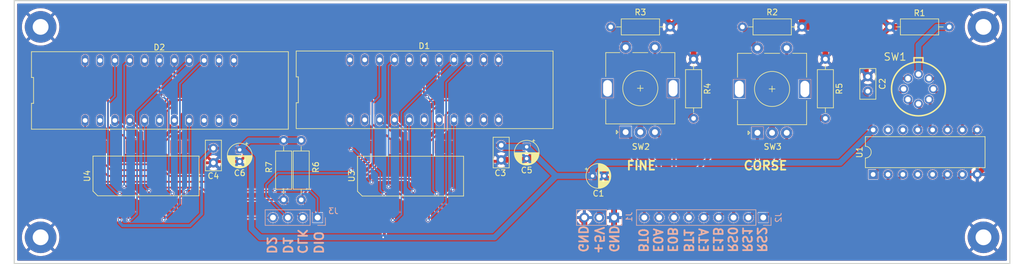
<source format=kicad_pcb>
(kicad_pcb (version 20240108) (generator "pcbnew") (generator_version "8.0")
  (layers (0 "F.Cu" signal) (31 "B.Cu" signal) (34 "B.Paste" user) (35 "F.Paste" user) (36 "B.SilkS" user "B.Silkscreen") (37 "F.SilkS" user "F.Silkscreen") (38 "B.Mask" user) (39 "F.Mask" user) (44 "Edge.Cuts" user))
  (net 0 "")
  (net 1 "VDD")
  (net 2 "GND")
  (net 3 "/D1_SEG1")
  (net 4 "/D1_SEG5")
  (net 5 "/D1_GRID6")
  (net 6 "/D1_GRID5")
  (net 7 "/D1_GRID1")
  (net 8 "/D1_GRID3")
  (net 9 "/D1_GRID2")
  (net 10 "/D1_SEG4")
  (net 11 "/D1_SEG3")
  (net 12 "/D1_SEG6")
  (net 13 "/D1_GRID4")
  (net 14 "/D1_SEG7")
  (net 15 "/D1_SEG8")
  (net 16 "/D1_SEG2")
  (net 17 "/D2_GRID4")
  (net 18 "/D2_SEG3")
  (net 19 "/D2_SEG6")
  (net 20 "/D2_GRID6")
  (net 21 "/D2_GRID3")
  (net 22 "/D2_SEG7")
  (net 23 "/D2_GRID1")
  (net 24 "/D2_SEG8")
  (net 25 "/D2_GRID2")
  (net 26 "/D2_SEG1")
  (net 27 "/D2_SEG2")
  (net 28 "/D2_GRID5")
  (net 29 "/D2_SEG5")
  (net 30 "/D2_SEG4")
  (net 31 "/rotaryEI_B")
  (net 32 "/rotaryEO_B")
  (net 33 "/RSWO_2")
  (net 34 "/rotaryEO_A")
  (net 35 "/rotaryEI_A")
  (net 36 "/RSWO_1")
  (net 37 "/RSWO_3")
  (net 38 "Net-(R2-Pad2)")
  (net 39 "Net-(R3-Pad2)")
  (net 40 "Net-(R4-Pad2)")
  (net 41 "/RSW_5")
  (net 42 "/RSW_4")
  (net 43 "/RSW_2")
  (net 44 "/RSW_3")
  (net 45 "/RSW_1")
  (net 46 "/RSW_7")
  (net 47 "/RSW_6")
  (net 52 "/BUTTON_1")
  (net 53 "Net-(R1-Pad2)")
  (net 54 "Net-(R5-Pad2)")
  (net 55 "/BUTTON_0")
  (net 57 "/D_CLK")
  (net 68 "/D1_STB")
  (net 72 "/D2_STB")
  (net 73 "/D_DIO")
  (footprint "Capacitor_THT:C_Disc_D5.0mm_W2.5mm_P2.50mm" (layer "F.Cu") (at 118.5 115.25 -90)
    (property "Reference" "C4")
    (property "Value" "100nF")
  )
  (footprint "Package_DIP:DIP-16_W7.62mm" (layer "F.Cu") (at 231.16 119.74 90)
    (property "Reference" "U1")
    (property "Value" "74LS148")
  )
  (footprint "MountingHole:MountingHole_2.7mm_M2.5_Pad" (layer "F.Cu") (at 250 130.5)
    (property "Reference" "H4" (hide yes))
    (property "Value" "MountingHole_Pad")
  )
  (footprint "Capacitor_THT:C_Disc_D5.0mm_W2.5mm_P2.50mm" (layer "F.Cu") (at 167.65 114.75 -90)
    (property "Reference" "C3")
    (property "Value" "100nF")
  )
  (footprint "Resistor_THT:R_Axial_DIN0207_L6.3mm_D2.5mm_P10.16mm_Horizontal" (layer "F.Cu") (at 133.5 124.08 90)
    (property "Reference" "R6")
    (property "Value" "10k")
  )
  (footprint "Capacitor_THT:CP_Radial_D4.0mm_P2.00mm" (layer "F.Cu") (at 123 115.527401 -90)
    (property "Reference" "C6")
    (property "Value" "100uF")
  )
  (footprint "Resistor_THT:R_Axial_DIN0207_L6.3mm_D2.5mm_P10.16mm_Horizontal" (layer "F.Cu") (at 200.5 100 -90)
    (property "Reference" "R4")
    (property "Value" "1k")
  )
  (footprint "Capacitor_THT:CP_Radial_D4.0mm_P2.00mm" (layer "F.Cu") (at 183.25 120)
    (property "Reference" "C1")
    (property "Value" "100uF")
  )
  (footprint "radio_footprints:ALPSALPINE EC11E09444A8" (layer "F.Cu") (at 188.9 112.5 90)
    (property "Reference" "SW2")
    (property "Value" "RotaryEncoder_Switch")
  )
  (footprint "Capacitor_THT:C_Disc_D5.0mm_W2.5mm_P2.50mm" (layer "F.Cu") (at 230.25 103 -90)
    (property "Reference" "C2")
    (property "Value" "100nF")
  )
  (footprint "MountingHole:MountingHole_2.7mm_M2.5_Pad" (layer "F.Cu") (at 250 94.5)
    (property "Reference" "H3" (hide yes))
    (property "Value" "MountingHole_Pad")
  )
  (footprint "Resistor_THT:R_Axial_DIN0207_L6.3mm_D2.5mm_P10.16mm_Horizontal" (layer "F.Cu") (at 196.5 94.5 180)
    (property "Reference" "R3")
    (property "Value" "1k")
  )
  (footprint "radio_footprints:FJ3661AH-DIP22" (layer "F.Cu") (at 109.3 105.37)
    (property "Reference" "D2")
    (property "Value" "FJ3661AH")
  )
  (footprint "radio_footprints:ALPSALPINE EC11E09444A8" (layer "F.Cu") (at 211.4 112.62 90)
    (property "Reference" "SW3")
    (property "Value" "RotaryEncoder_Switch")
  )
  (footprint "radio_footprints:SW-TH_RS-08-300-150GF" (layer "F.Cu") (at 238.9 105.12)
    (property "Reference" "SW1")
    (property "Value" "RS-08 300±150GF")
  )
  (footprint "Resistor_THT:R_Axial_DIN0207_L6.3mm_D2.5mm_P10.16mm_Horizontal" (layer "F.Cu") (at 234 94.5)
    (property "Reference" "R1")
    (property "Value" "1k")
  )
  (footprint "radio_footprints:TM1638" (layer "F.Cu") (at 107 120)
    (property "Reference" "U4")
    (property "Value" "TM1638")
  )
  (footprint "radio_footprints:TM1638" (layer "F.Cu") (at 152.169014 120.035117)
    (property "Reference" "U3")
    (property "Value" "TM1638")
  )
  (footprint "Capacitor_THT:CP_Radial_D4.0mm_P2.00mm" (layer "F.Cu") (at 172 115.027401 -90)
    (property "Reference" "C5")
    (property "Value" "100uF")
  )
  (footprint "Resistor_THT:R_Axial_DIN0207_L6.3mm_D2.5mm_P10.16mm_Horizontal" (layer "F.Cu") (at 130.5 124.08 90)
    (property "Reference" "R7")
    (property "Value" "10k")
  )
  (footprint "MountingHole:MountingHole_2.7mm_M2.5_Pad" (layer "F.Cu") (at 89 94.5)
    (property "Reference" "H2" (hide yes))
    (property "Value" "MountingHole_Pad")
  )
  (footprint "Resistor_THT:R_Axial_DIN0207_L6.3mm_D2.5mm_P10.16mm_Horizontal" (layer "F.Cu") (at 219 94.5 180)
    (property "Reference" "R2")
    (property "Value" "1k")
  )
  (footprint "Resistor_THT:R_Axial_DIN0207_L6.3mm_D2.5mm_P10.16mm_Horizontal" (layer "F.Cu") (at 223 100 -90)
    (property "Reference" "R5")
    (property "Value" "1k")
  )
  (footprint "radio_footprints:FJ3661AH-DIP22" (layer "F.Cu") (at 154.505688 105.26435)
    (property "Reference" "D1")
    (property "Value" "FJ3661AH")
  )
  (footprint "MountingHole:MountingHole_2.7mm_M2.5_Pad" (layer "F.Cu") (at 89 130.5)
    (property "Reference" "H1" (hide yes))
    (property "Value" "MountingHole_Pad")
  )
  (footprint "Connector_PinHeader_2.54mm:PinHeader_1x03_P2.54mm_Vertical" (layer "B.Cu") (at 186.925 127.12 90)
    (property "Reference" "J1")
    (property "Value" "Conn_01x03")
  )
  (footprint "Connector_PinHeader_2.54mm:PinHeader_1x09_P2.54mm_Vertical" (layer "B.Cu") (at 212.4 127.12 90)
    (property "Reference" "J2")
    (property "Value" "Conn_01x09")
  )
  (footprint "Connector_PinHeader_2.54mm:PinHeader_1x04_P2.54mm_Vertical" (layer "B.Cu") (at 136.3 127.125 90)
    (property "Reference" "J3")
    (property "Value" "Conn_01x04")
  )
  (gr_rect (start 84.5 90) (end 254.5 135) (stroke (width 0.2)) (fill none) (layer "Edge.Cuts"))
  (gr_text "BT0" (at 191 133.25 270) (layer "B.SilkS") (effects (font (size 1.5 1.5) (thickness 0.3) (bold yes)) (justify left bottom mirror)))
  (gr_text "GND" (at 180.75 133.25 -90) (layer "B.SilkS") (effects (font (size 1.5 1.5) (thickness 0.3) (bold yes)) (justify left bottom mirror)))
  (gr_text "DIO" (at 135.55 133.5 270) (layer "B.SilkS") (effects (font (size 1.5 1.5) (thickness 0.3) (bold yes)) (justify left bottom mirror)))
  (gr_text "RS0" (at 206.25 133.25 270) (layer "B.SilkS") (effects (font (size 1.5 1.5) (thickness 0.3) (bold yes)) (justify left bottom mirror)))
  (gr_text "+5V" (at 183.5 133.5 270) (layer "B.SilkS") (effects (font (size 1.5 1.5) (thickness 0.3) (bold yes)) (justify left bottom mirror)))
  (gr_text "RS1\n" (at 208.75 133.25 270) (layer "B.SilkS") (effects (font (size 1.5 1.5) (thickness 0.3) (bold yes)) (justify left bottom mirror)))
  (gr_text "GND" (at 186 133.25 -90) (layer "B.SilkS") (effects (font (size 1.5 1.5) (thickness 0.3) (bold yes)) (justify left bottom mirror)))
  (gr_text "CLK" (at 132.8 133.5 270) (layer "B.SilkS") (effects (font (size 1.5 1.5) (thickness 0.3) (bold yes)) (justify left bottom mirror)))
  (gr_text "E0A" (at 193.5 133.25 270) (layer "B.SilkS") (effects (font (size 1.5 1.5) (thickness 0.3) (bold yes)) (justify left bottom mirror)))
  (gr_text "BT1\n" (at 198.75 133.25 270) (layer "B.SilkS") (effects (font (size 1.5 1.5) (thickness 0.3) (bold yes)) (justify left bottom mirror)))
  (gr_text "RS2" (at 211.25 133.25 270) (layer "B.SilkS") (effects (font (size 1.5 1.5) (thickness 0.3) (bold yes)) (justify left bottom mirror)))
  (gr_text "E0B\n" (at 196 133.25 270) (layer "B.SilkS") (effects (font (size 1.5 1.5) (thickness 0.3) (bold yes)) (justify left bottom mirror)))
  (gr_text "E1A" (at 201.25 133.25 270) (layer "B.SilkS") (effects (font (size 1.5 1.5) (thickness 0.3) (bold yes)) (justify left bottom mirror)))
  (gr_text "D1" (at 130.3 133.5 270) (layer "B.SilkS") (effects (font (size 1.5 1.5) (thickness 0.3) (bold yes)) (justify left bottom mirror)))
  (gr_text "E1B" (at 203.75 133.25 270) (layer "B.SilkS") (effects (font (size 1.5 1.5) (thickness 0.3) (bold yes)) (justify left bottom mirror)))
  (gr_text "D2" (at 127.55 133.5 270) (layer "B.SilkS") (effects (font (size 1.5 1.5) (thickness 0.3) (bold yes)) (justify left bottom mirror)))
  (gr_text "CORSE" (at 208.9 119.12 0) (layer "F.SilkS") (effects (font (size 1.5 1.5) (thickness 0.3) (bold yes)) (justify left bottom)))
  (gr_text "FINE" (at 188.9 119.12 0) (layer "F.SilkS") (effects (font (size 1.5 1.5) (thickness 0.3) (bold yes)) (justify left bottom)))
  (segment (start 118.5 115.25) (end 122.722599 115.25) (width 0.5) (layer "F.Cu") (net 1))
  (segment (start 167.65 114.75) (end 160.709131 114.75) (width 0.5) (layer "F.Cu") (net 1))
  (segment (start 147.695908 130.304092) (end 147.695908 125.067724) (width 0.5) (layer "F.Cu") (net 1))
  (segment (start 122.722599 115.25) (end 123 115.527401) (width 0.5) (layer "F.Cu") (net 1))
  (segment (start 118.25 115) (end 118.5 115.25) (width 0.5) (layer "F.Cu") (net 1))
  (segment (start 229.9 110.86) (end 231.16 112.12) (width 1) (layer "F.Cu") (net 1))
  (segment (start 184.5 121.25) (end 183.25 120) (width 1) (layer "F.Cu") (net 1))
  (segment (start 230.25 105.5) (end 229.9 105.85) (width 1) (layer "F.Cu") (net 1))
  (segment (start 102.555 127.445) (end 102.5 127.5) (width 0.5) (layer "F.Cu") (net 1))
  (segment (start 115.255 115) (end 118.25 115) (width 0.5) (layer "F.Cu") (net 1))
  (segment (start 102.555 125) (end 102.555 127.445) (width 0.5) (layer "F.Cu") (net 1))
  (segment (start 160.709131 114.75) (end 160.424014 115.035117) (width 0.5) (layer "F.Cu") (net 1))
  (segment (start 147.5 130.5) (end 147.695908 130.304092) (width 0.5) (layer "F.Cu") (net 1))
  (segment (start 184.5 127.005) (end 184.5 121.25) (width 1) (layer "F.Cu") (net 1))
  (segment (start 184.385 127.12) (end 184.5 127.005) (width 1) (layer "F.Cu") (net 1))
  (segment (start 229.9 105.85) (end 229.9 110.86) (width 1) (layer "F.Cu") (net 1))
  (via (at 102.5 127.5) (size 0.6) (drill 0.3) (layers "F.Cu" "B.Cu") (net 1))
  (via (at 147.5 130.5) (size 0.6) (drill 0.3) (layers "F.Cu" "B.Cu") (net 1))
  (segment (start 125 117) (end 123.527401 115.527401) (width 1) (layer "B.Cu") (net 1))
  (segment (start 225.53 117.75) (end 184.25 117.75) (width 1) (layer "B.Cu") (net 1))
  (segment (start 147.5 130.5) (end 166.5 130.5) (width 1) (layer "B.Cu") (net 1))
  (segment (start 116.5 126.5) (end 116.5 117.25) (width 0.5) (layer "B.Cu") (net 1))
  (segment (start 172.027401 115.027401) (end 177 120) (width 1) (layer "B.Cu") (net 1))
  (segment (start 172 115.027401) (end 167.927401 115.027401) (width 1) (layer "B.Cu") (net 1))
  (segment (start 147.5 130.5) (end 126.5 130.5) (width 1) (layer "B.Cu") (net 1))
  (segment (start 124.607401 113.92) (end 123 115.527401) (width 1) (layer "B.Cu") (net 1))
  (segment (start 184.25 117.75) (end 183.25 118.75) (width 1) (layer "B.Cu") (net 1))
  (segment (start 123.527401 115.527401) (end 123 115.527401) (width 1) (layer "B.Cu") (net 1))
  (segment (start 225.53 117.75) (end 231.16 112.12) (width 1) (layer "B.Cu") (net 1))
  (segment (start 167.927401 115.027401) (end 167.65 114.75) (width 1) (layer "B.Cu") (net 1))
  (segment (start 183.25 120) (end 177 120) (width 1) (layer "B.Cu") (net 1))
  (segment (start 102.5 127.5) (end 102.5 128) (width 0.5) (layer "B.Cu") (net 1))
  (segment (start 125 129) (end 125 117) (width 1) (layer "B.Cu") (net 1))
  (segment (start 116.5 117.25) (end 118.5 115.25) (width 0.5) (layer "B.Cu") (net 1))
  (segment (start 126.5 130.5) (end 125 129) (width 1) (layer "B.Cu") (net 1))
  (segment (start 166.5 130.5) (end 177 120) (width 1) (layer "B.Cu") (net 1))
  (segment (start 183.25 118.75) (end 183.25 120) (width 1) (layer "B.Cu") (net 1))
  (segment (start 114.5 128.5) (end 116.5 126.5) (width 0.5) (layer "B.Cu") (net 1))
  (segment (start 130.5 113.92) (end 124.607401 113.92) (width 1) (layer "B.Cu") (net 1))
  (segment (start 102.5 128) (end 103 128.5) (width 0.5) (layer "B.Cu") (net 1))
  (segment (start 172 115.027401) (end 172.027401 115.027401) (width 1) (layer "B.Cu") (net 1))
  (segment (start 133.5 113.92) (end 130.5 113.92) (width 1) (layer "B.Cu") (net 1))
  (segment (start 103 128.5) (end 114.5 128.5) (width 0.5) (layer "B.Cu") (net 1))
  (segment (start 219 94.5) (end 220.38 93.12) (width 1) (layer "F.Cu") (net 2))
  (segment (start 156.614014 116.893562) (end 156.614014 115.035117) (width 0.5) (layer "F.Cu") (net 2))
  (segment (start 251 117.68) (end 248.94 119.74) (width 1) (layer "F.Cu") (net 2))
  (segment (start 156.992424 117.5) (end 156.5 117.007576) (width 0.5) (layer "F.Cu") (net 2))
  (segment (start 229.9 98.6) (end 234 94.5) (width 1) (layer "F.Cu") (net 2))
  (segment (start 156.5 117.007576) (end 148.007576 117.007576) (width 0.5) (layer "F.Cu") (net 2))
  (segment (start 223 97.12) (end 223 100) (width 1) (layer "F.Cu") (net 2))
  (segment (start 181.465 127.5) (end 181.845 127.12) (width 1) (layer "F.Cu") (net 2))
  (segment (start 181.845 127.12) (end 181.845 128.565) (width 1) (layer "F.Cu") (net 2))
  (segment (start 112.25 117.75) (end 111.445 116.945) (width 0.5) (layer "F.Cu") (net 2))
  (segment (start 183.125929 117.027401) (end 185.25 119.151472) (width 1) (layer "F.Cu") (net 2))
  (segment (start 204.41 91.61) (end 217.49 91.61) (width 1) (layer "F.Cu") (net 2))
  (segment (start 156.5 117.007576) (end 156.614014 116.893562) (width 0.5) (layer "F.Cu") (net 2))
  (segment (start 111.39 117) (end 111.445 116.945) (width 0.5) (layer "F.Cu") (net 2))
  (segment (start 167.4 117.5) (end 156.992424 117.5) (width 0.5) (layer "F.Cu") (net 2))
  (segment (start 103 117) (end 111.39 117) (width 0.5) (layer "F.Cu") (net 2))
  (segment (start 186.925 129.095) (end 186.925 127.12) (width 1) (layer "F.Cu") (net 2))
  (segment (start 181.75 113) (end 181.75 93.75) (width 1) (layer "F.Cu") (net 2))
  (segment (start 185.25 116.5) (end 181.75 113) (width 1) (layer "F.Cu") (net 2))
  (segment (start 230.25 103) (end 229.9 102.65) (width 1) (layer "F.Cu") (net 2))
  (segment (start 200.5 95.52) (end 200.5 100) (width 1) (layer "F.Cu") (net 2))
  (segment (start 182.9 129.62) (end 186.4 129.62) (width 1) (layer "F.Cu") (net 2))
  (segment (start 185.25 119.151472) (end 185.25 120) (width 1) (layer "F.Cu") (net 2))
  (segment (start 185.25 120) (end 185.25 116.5) (width 1) (layer "F.Cu") (net 2))
  (segment (start 196.5 94) (end 196.5 94.5) (width 1) (layer "F.Cu") (net 2))
  (segment (start 147.724014 116.724014) (end 148.007576 117.007576) (width 0.5) (layer "F.Cu") (net 2))
  (segment (start 232.62 93.12) (end 234 94.5) (width 1) (layer "F.Cu") (net 2))
  (segment (start 147.724014 115.035117) (end 147.724014 116.724014) (width 0.5) (layer "F.Cu") (net 2))
  (segment (start 196.5 94.5) (end 197.88 93.12) (width 1) (layer "F.Cu") (net 2))
  (segment (start 102.555 115) (end 102.555 116.555) (width 0.5) (layer "F.Cu") (net 2))
  (segment (start 202.9 93.12) (end 200.5 95.52) (width 1) (layer "F.Cu") (net 2))
  (segment (start 251 106.75) (end 251 117.68) (width 1) (layer "F.Cu") (net 2))
  (segment (start 123 117.527401) (end 118.722599 117.527401) (width 0.5) (layer "F.Cu") (net 2))
  (segment (start 171.777401 117.25) (end 172 117.027401) (width 1) (layer "F.Cu") (net 2))
  (segment (start 167.65 117.25) (end 167.4 117.5) (width 0.5) (layer "F.Cu") (net 2))
  (segment (start 181.75 93.75) (end 183.5 92) (width 1) (layer "F.Cu") (net 2))
  (segment (start 197.88 93.12) (end 202.9 93.12) (width 1) (layer "F.Cu") (net 2))
  (segment (start 186.925 127.12) (end 186.925 121.675) (width 1) (layer "F.Cu") (net 2))
  (segment (start 186.4 129.62) (end 186.925 129.095) (width 1) (layer "F.Cu") (net 2))
  (segment (start 172 117.027401) (end 183.125929 117.027401) (width 1) (layer "F.Cu") (net 2))
  (segment (start 238.75 94.5) (end 251 106.75) (width 1) (layer "F.Cu") (net 2))
  (segment (start 217.49 91.61) (end 219 93.12) (width 1) (layer "F.Cu") (net 2))
  (segment (start 118.5 117.75) (end 112.25 117.75) (width 0.5) (layer "F.Cu") (net 2))
  (segment (start 219 93.12) (end 219 94.5) (width 1) (layer "F.Cu") (net 2))
  (segment (start 229.9 102.65) (end 229.9 98.6) (width 1) (layer "F.Cu") (net 2))
  (segment (start 148 117) (end 151 117) (width 0.5) (layer "F.Cu") (net 2))
  (segment (start 186.925 121.675) (end 185.25 120) (width 1) (layer "F.Cu") (net 2))
  (segment (start 102.555 116.555) (end 103 117) (width 0.5) (layer "F.Cu") (net 2))
  (segment (start 220.38 94.5) (end 223 97.12) (width 1) (layer "F.Cu") (net 2))
  (segment (start 181.845 128.565) (end 182.9 129.62) (width 1) (layer "F.Cu") (net 2))
  (segment (start 183.5 92) (end 194.5 92) (width 1) (layer "F.Cu") (net 2))
  (segment (start 202.9 93.12) (end 204.41 91.61) (width 1) (layer "F.Cu") (net 2))
  (segment (start 220.38 93.12) (end 232.62 93.12) (width 1) (layer "F.Cu") (net 2))
  (segment (start 219 94.5) (end 220.38 94.5) (width 1) (layer "F.Cu") (net 2))
  (segment (start 148.007576 117.007576) (end 148 117) (width 0.5) (layer "F.Cu") (net 2))
  (segment (start 234 94.5) (end 238.75 94.5) (width 1) (layer "F.Cu") (net 2))
  (segment (start 167.65 117.25) (end 171.777401 117.25) (width 1) (layer "F.Cu") (net 2))
  (segment (start 111.445 116.945) (end 111.445 115) (width 0.5) (layer "F.Cu") (net 2))
  (segment (start 118.722599 117.527401) (end 118.5 117.75) (width 0.5) (layer "F.Cu") (net 2))
  (segment (start 194.5 92) (end 196.5 94) (width 1) (layer "F.Cu") (net 2))
  (segment (start 149.140908 127.567724) (end 149.140908 125.242724) (width 0.3) (layer "F.Cu") (net 3))
  (segment (start 149.140908 125.242724) (end 148.965908 125.067724) (width 0.3) (layer "F.Cu") (net 3))
  (via (at 149.140908 127.567724) (size 0.6) (drill 0.3) (layers "F.Cu" "B.Cu") (net 3))
  (segment (start 150.610908 126.597724) (end 150.610908 109.097724) (width 0.3) (layer "B.Cu") (net 3))
  (segment (start 149.640908 127.567724) (end 150.610908 126.597724) (width 0.3) (layer "B.Cu") (net 3))
  (segment (start 149.140908 127.567724) (end 149.640908 127.567724) (width 0.3) (layer "B.Cu") (net 3))
  (segment (start 159.515908 100.192724) (end 159.520908 100.192724) (width 0.3) (layer "B.Cu") (net 3))
  (segment (start 150.610908 109.097724) (end 159.515908 100.192724) (width 0.3) (layer "B.Cu") (net 3))
  (segment (start 146.067724 120.5) (end 152.073184 120.5) (width 0.3) (layer "F.Cu") (net 4))
  (segment (start 141.805688 110.39435) (end 141.805688 115.305688) (width 0.3) (layer "F.Cu") (net 4))
  (segment (start 145.5 121.067724) (end 146.067724 120.5) (width 0.3) (layer "F.Cu") (net 4))
  (segment (start 152.073184 120.5) (end 154.045908 122.472724) (width 0.3) (layer "F.Cu") (net 4))
  (segment (start 154.045908 122.472724) (end 154.045908 125.067724) (width 0.3) (layer "F.Cu") (net 4))
  (segment (start 141.805688 115.305688) (end 142 115.5) (width 0.3) (layer "F.Cu") (net 4))
  (via (at 145.5 121.067724) (size 0.6) (drill 0.3) (layers "F.Cu" "B.Cu") (net 4))
  (via (at 142 115.5) (size 0.6) (drill 0.3) (layers "F.Cu" "B.Cu") (net 4))
  (segment (start 142.5 115.5) (end 142 115.5) (width 0.3) (layer "B.Cu") (net 4))
  (segment (start 144.990908 117.990908) (end 142.5 115.5) (width 0.3) (layer "B.Cu") (net 4))
  (segment (start 145.5 121.067724) (end 144.990908 120.558632) (width 0.3) (layer "B.Cu") (net 4))
  (segment (start 144.990908 120.558632) (end 144.990908 117.990908) (width 0.3) (layer "B.Cu") (net 4))
  (segment (start 159.640908 108.067724) (end 165.640908 108.067724) (width 0.3) (layer "F.Cu") (net 5))
  (segment (start 155.315908 115.067724) (end 155.315908 114.267724) (width 0.3) (layer "F.Cu") (net 5))
  (segment (start 158.140908 109.567724) (end 159.640908 108.067724) (width 0.3) (layer "F.Cu") (net 5))
  (segment (start 167.140908 106.567724) (end 167.140908 100.192724) (width 0.3) (layer "F.Cu") (net 5))
  (segment (start 165.640908 108.067724) (end 167.140908 106.567724) (width 0.3) (layer "F.Cu") (net 5))
  (segment (start 157.640908 112.567724) (end 158.140908 112.067724) (width 0.3) (layer "F.Cu") (net 5))
  (segment (start 158.140908 112.067724) (end 158.140908 109.567724) (width 0.3) (layer "F.Cu") (net 5))
  (segment (start 155.315908 114.267724) (end 157.015908 112.567724) (width 0.3) (layer "F.Cu") (net 5))
  (segment (start 157.015908 112.567724) (end 157.640908 112.567724) (width 0.3) (layer "F.Cu") (net 5))
  (segment (start 155.640908 109.067724) (end 157.640908 107.067724) (width 0.3) (layer "F.Cu") (net 6))
  (segment (start 164.600908 106.107724) (end 164.600908 100.192724) (width 0.3) (layer "F.Cu") (net 6))
  (segment (start 163.640908 107.067724) (end 164.600908 106.107724) (width 0.3) (layer "F.Cu") (net 6))
  (segment (start 154.045908 113.662724) (end 155.640908 112.067724) (width 0.3) (layer "F.Cu") (net 6))
  (segment (start 154.045908 115.067724) (end 154.045908 113.662724) (width 0.3) (layer "F.Cu") (net 6))
  (segment (start 157.640908 107.067724) (end 163.640908 107.067724) (width 0.3) (layer "F.Cu") (net 6))
  (segment (start 155.640908 112.067724) (end 155.640908 109.067724) (width 0.3) (layer "F.Cu") (net 6))
  (segment (start 148.018296 113) (end 148.965908 113.947612) (width 0.3) (layer "F.Cu") (net 7))
  (segment (start 145.640908 107.067724) (end 145.640908 111.104316) (width 0.3) (layer "F.Cu") (net 7))
  (segment (start 145.640908 111.104316) (end 147.536592 113) (width 0.3) (layer "F.Cu") (net 7))
  (segment (start 147.536592 113) (end 148.018296 113) (width 0.3) (layer "F.Cu") (net 7))
  (segment (start 141.740908 103.167724) (end 145.640908 107.067724) (width 0.3) (layer "F.Cu") (net 7))
  (segment (start 148.965908 113.947612) (end 148.965908 115.067724) (width 0.3) (layer "F.Cu") (net 7))
  (segment (start 141.740908 100.192724) (end 141.740908 103.167724) (width 0.3) (layer "F.Cu") (net 7))
  (segment (start 151.505908 112.597724) (end 151.505908 115.067724) (width 0.3) (layer "F.Cu") (net 8))
  (segment (start 149.360908 110.452724) (end 151.505908 112.597724) (width 0.3) (layer "F.Cu") (net 8))
  (segment (start 146.820908 110.452724) (end 146.952724 110.452724) (width 0.3) (layer "F.Cu") (net 9))
  (segment (start 150.235908 113.735908) (end 150.235908 115.067724) (width 0.3) (layer "F.Cu") (net 9))
  (segment (start 146.952724 110.452724) (end 150.235908 113.735908) (width 0.3) (layer "F.Cu") (net 9))
  (segment (start 152.775908 125.067724) (end 152.775908 124.267724) (width 0.3) (layer "F.Cu") (net 10))
  (segment (start 152.640908 124.132724) (end 152.640908 122.567724) (width 0.3) (layer "F.Cu") (net 10))
  (segment (start 152.775908 124.267724) (end 152.640908 124.132724) (width 0.3) (layer "F.Cu") (net 10))
  (via (at 152.640908 122.567724) (size 0.6) (drill 0.3) (layers "F.Cu" "B.Cu") (net 10))
  (segment (start 151.900908 121.827724) (end 152.640908 122.567724) (width 0.3) (layer "B.Cu") (net 10))
  (segment (start 151.900908 110.452724) (end 151.900908 121.827724) (width 0.3) (layer "B.Cu") (net 10))
  (segment (start 151.505908 124.237724) (end 151.505908 125.067724) (width 0.3) (layer "F.Cu") (net 11))
  (segment (start 149.105908 121.837724) (end 151.505908 124.237724) (width 0.3) (layer "F.Cu") (net 11))
  (segment (start 148.410908 121.837724) (end 149.105908 121.837724) (width 0.3) (layer "F.Cu") (net 11))
  (via (at 148.410908 121.837724) (size 0.6) (drill 0.3) (layers "F.Cu" "B.Cu") (net 11))
  (segment (start 148.410908 121.837724) (end 148.410908 101.142724) (width 0.3) (layer "B.Cu") (net 11))
  (segment (start 148.410908 101.142724) (end 149.360908 100.192724) (width 0.3) (layer "B.Cu") (net 11))
  (segment (start 155.315908 127.392724) (end 155.140908 127.567724) (width 0.3) (layer "F.Cu") (net 12))
  (segment (start 155.315908 125.067724) (end 155.315908 127.392724) (width 0.3) (layer "F.Cu") (net 12))
  (via (at 155.140908 127.567724) (size 0.6) (drill 0.3) (layers "F.Cu" "B.Cu") (net 12))
  (segment (start 158.240908 104.012724) (end 158.240908 124.467724) (width 0.3) (layer "B.Cu") (net 12))
  (segment (start 162.060908 100.192724) (end 158.240908 104.012724) (width 0.3) (layer "B.Cu") (net 12))
  (segment (start 158.240908 124.467724) (end 155.140908 127.567724) (width 0.3) (layer "B.Cu") (net 12))
  (segment (start 152.775908 112.932724) (end 152.775908 115.067724) (width 0.3) (layer "F.Cu") (net 13))
  (segment (start 156.980908 105.727724) (end 153.140908 109.567724) (width 0.3) (layer "F.Cu") (net 13))
  (segment (start 153.140908 112.567724) (end 152.775908 112.932724) (width 0.3) (layer "F.Cu") (net 13))
  (segment (start 153.140908 109.567724) (end 153.140908 112.567724) (width 0.3) (layer "F.Cu") (net 13))
  (segment (start 156.980908 100.192724) (end 156.980908 105.727724) (width 0.3) (layer "F.Cu") (net 13))
  (segment (start 155.015908 106.442724) (end 154.440908 105.867724) (width 0.3) (layer "F.Cu") (net 14))
  (segment (start 156.585908 125.067724) (end 156.585908 123.122724) (width 0.3) (layer "F.Cu") (net 14))
  (segment (start 156.585908 123.122724) (end 156.640908 123.067724) (width 0.3) (layer "F.Cu") (net 14))
  (segment (start 154.440908 105.867724) (end 154.440908 100.192724) (width 0.3) (layer "F.Cu") (net 14))
  (via (at 155.015908 106.442724) (size 0.6) (drill 0.3) (layers "F.Cu" "B.Cu") (net 14))
  (via (at 156.640908 123.067724) (size 0.6) (drill 0.3) (layers "F.Cu" "B.Cu") (net 14))
  (segment (start 156.030908 107.457724) (end 156.030908 122.457724) (width 0.3) (layer "B.Cu") (net 14))
  (segment (start 156.030908 122.457724) (end 156.640908 123.067724) (width 0.3) (layer "B.Cu") (net 14))
  (segment (start 155.015908 106.442724) (end 156.030908 107.457724) (width 0.3) (layer "B.Cu") (net 14))
  (segment (start 157.855908 123.852724) (end 157.855908 125.067724) (width 0.3) (layer "F.Cu") (net 15))
  (segment (start 159.354316 122.354316) (end 157.855908 123.852724) (width 0.3) (layer "F.Cu") (net 15))
  (via (at 159.354316 122.354316) (size 0.6) (drill 0.3) (layers "F.Cu" "B.Cu") (net 15))
  (segment (start 159.354316 122.354316) (end 159.520908 122.187724) (width 0.3) (layer "B.Cu") (net 15))
  (segment (start 159.520908 122.187724) (end 159.520908 110.452724) (width 0.3) (layer "B.Cu") (net 15))
  (segment (start 150.235908 124.237724) (end 150.235908 125.067724) (width 0.3) (layer "F.Cu") (net 16))
  (segment (start 147.640908 123.067724) (end 149.065908 123.067724) (width 0.3) (layer "F.Cu") (net 16))
  (segment (start 149.065908 123.067724) (end 150.235908 124.237724) (width 0.3) (layer "F.Cu") (net 16))
  (via (at 147.640908 123.067724) (size 0.6) (drill 0.3) (layers "F.Cu" "B.Cu") (net 16))
  (segment (start 147.640908 123.067724) (end 147 122.426816) (width 0.3) (layer "B.Cu") (net 16))
  (segment (start 146.820908 106.387724) (end 146.820908 100.192724) (width 0.3) (layer "B.Cu") (net 16))
  (segment (start 147 119.5) (end 145.640908 118.140908) (width 0.3) (layer "B.Cu") (net 16))
  (segment (start 145.640908 107.567724) (end 146.820908 106.387724) (width 0.3) (layer "B.Cu") (net 16))
  (segment (start 147 122.426816) (end 147 119.5) (width 0.3) (layer "B.Cu") (net 16))
  (segment (start 145.640908 118.140908) (end 145.640908 107.567724) (width 0.3) (layer "B.Cu") (net 16))
  (segment (start 108 112.5) (end 107.635 112.865) (width 0.3) (layer "F.Cu") (net 17))
  (segment (start 111.84 100.125) (end 111.84 105.66) (width 0.3) (layer "F.Cu") (net 17))
  (segment (start 107.635 112.865) (end 107.635 115) (width 0.3) (layer "F.Cu") (net 17))
  (segment (start 108 109.5) (end 108 112.5) (width 0.3) (layer "F.Cu") (net 17))
  (segment (start 111.84 105.66) (end 108 109.5) (width 0.3) (layer "F.Cu") (net 17))
  (segment (start 103.27 121.77) (end 103.965 121.77) (width 0.3) (layer "F.Cu") (net 18))
  (segment (start 103.965 121.77) (end 106.365 124.17) (width 0.3) (layer "F.Cu") (net 18))
  (segment (start 106.365 124.17) (end 106.365 125) (width 0.3) (layer "F.Cu") (net 18))
  (via (at 103.27 121.77) (size 0.6) (drill 0.3) (layers "F.Cu" "B.Cu") (net 18))
  (segment (start 103.27 101.075) (end 104.22 100.125) (width 0.3) (layer "B.Cu") (net 18))
  (segment (start 103.27 121.77) (end 103.27 101.075) (width 0.3) (layer "B.Cu") (net 18))
  (segment (start 110.175 127.325) (end 110 127.5) (width 0.3) (layer "F.Cu") (net 19))
  (segment (start 110.175 125) (end 110.175 127.325) (width 0.3) (layer "F.Cu") (net 19))
  (via (at 110 127.5) (size 0.6) (drill 0.3) (layers "F.Cu" "B.Cu") (net 19))
  (segment (start 116.92 100.125) (end 112.79 104.255) (width 0.3) (layer "B.Cu") (net 19))
  (segment (start 112.79 104.255) (end 112.79 124.71) (width 0.3) (layer "B.Cu") (net 19))
  (segment (start 112.79 124.71) (end 110 127.5) (width 0.3) (layer "B.Cu") (net 19))
  (segment (start 122 106.5) (end 122 100.125) (width 0.3) (layer "F.Cu") (net 20))
  (segment (start 113 109.5) (end 114.5 108) (width 0.3) (layer "F.Cu") (net 20))
  (segment (start 114.5 108) (end 120.5 108) (width 0.3) (layer "F.Cu") (net 20))
  (segment (start 112.5 112.5) (end 113 112) (width 0.3) (layer "F.Cu") (net 20))
  (segment (start 110.175 115) (end 110.175 114.2) (width 0.3) (layer "F.Cu") (net 20))
  (segment (start 120.5 108) (end 122 106.5) (width 0.3) (layer "F.Cu") (net 20))
  (segment (start 110.175 114.2) (end 111.875 112.5) (width 0.3) (layer "F.Cu") (net 20))
  (segment (start 113 112) (end 113 109.5) (width 0.3) (layer "F.Cu") (net 20))
  (segment (start 111.875 112.5) (end 112.5 112.5) (width 0.3) (layer "F.Cu") (net 20))
  (segment (start 104.22 110.385) (end 106.365 112.53) (width 0.3) (layer "F.Cu") (net 21))
  (segment (start 106.365 112.53) (end 106.365 115) (width 0.3) (layer "F.Cu") (net 21))
  (segment (start 111.445 125) (end 111.445 123.055) (width 0.3) (layer "F.Cu") (net 22))
  (segment (start 109.875 106.375) (end 109.3 105.8) (width 0.3) (layer "F.Cu") (net 22))
  (segment (start 111.445 123.055) (end 111.5 123) (width 0.3) (layer "F.Cu") (net 22))
  (segment (start 109.3 105.8) (end 109.3 100.125) (width 0.3) (layer "F.Cu") (net 22))
  (via (at 109.875 106.375) (size 0.6) (drill 0.3) (layers "F.Cu" "B.Cu") (net 22))
  (via (at 111.5 123) (size 0.6) (drill 0.3) (layers "F.Cu" "B.Cu") (net 22))
  (segment (start 110.89 122.39) (end 111.5 123) (width 0.3) (layer "B.Cu") (net 22))
  (segment (start 109.875 106.375) (end 110.89 107.39) (width 0.3) (layer "B.Cu") (net 22))
  (segment (start 110.89 107.39) (end 110.89 122.39) (width 0.3) (layer "B.Cu") (net 22))
  (segment (start 100.5 111.5) (end 102 113) (width 0.3) (layer "F.Cu") (net 23))
  (segment (start 102 113) (end 103 113) (width 0.3) (layer "F.Cu") (net 23))
  (segment (start 103.825 113.825) (end 103.825 115) (width 0.3) (layer "F.Cu") (net 23))
  (segment (start 103 113) (end 103.825 113.825) (width 0.3) (layer "F.Cu") (net 23))
  (segment (start 96.6 103.1) (end 100.5 107) (width 0.3) (layer "F.Cu") (net 23))
  (segment (start 96.6 100.125) (end 96.6 103.1) (width 0.3) (layer "F.Cu") (net 23))
  (segment (start 100.5 107) (end 100.5 111.5) (width 0.3) (layer "F.Cu") (net 23))
  (segment (start 113.75 122.75) (end 112.715 123.785) (width 0.3) (layer "F.Cu") (net 24))
  (segment (start 112.715 123.785) (end 112.715 125) (width 0.3) (layer "F.Cu") (net 24))
  (via (at 113.75 122.75) (size 0.6) (drill 0.3) (layers "F.Cu" "B.Cu") (net 24))
  (segment (start 113.75 122.75) (end 114.38 122.12) (width 0.3) (layer "B.Cu") (net 24))
  (segment (start 114.38 122.12) (end 114.38 110.385) (width 0.3) (layer "B.Cu") (net 24))
  (segment (start 101.885 110.385) (end 105.095 113.595) (width 0.3) (layer "F.Cu") (net 25))
  (segment (start 105.095 113.595) (end 105.095 115) (width 0.3) (layer "F.Cu") (net 25))
  (segment (start 101.68 110.385) (end 101.885 110.385) (width 0.3) (layer "F.Cu") (net 25))
  (segment (start 104 127.5) (end 104 125.175) (width 0.3) (layer "F.Cu") (net 26))
  (segment (start 104 125.175) (end 103.825 125) (width 0.3) (layer "F.Cu") (net 26))
  (via (at 104 127.5) (size 0.6) (drill 0.3) (layers "F.Cu" "B.Cu") (net 26))
  (segment (start 105.47 126.53) (end 105.47 109.03) (width 0.3) (layer "B.Cu") (net 26))
  (segment (start 104 127.5) (end 104.5 127.5) (width 0.3) (layer "B.Cu") (net 26))
  (segment (start 114.375 100.125) (end 114.38 100.125) (width 0.3) (layer "B.Cu") (net 26))
  (segment (start 104.5 127.5) (end 105.47 126.53) (width 0.3) (layer "B.Cu") (net 26))
  (segment (start 105.47 109.03) (end 114.375 100.125) (width 0.3) (layer "B.Cu") (net 26))
  (segment (start 103.925 123) (end 105.095 124.17) (width 0.3) (layer "F.Cu") (net 27))
  (segment (start 105.095 124.17) (end 105.095 125) (width 0.3) (layer "F.Cu") (net 27))
  (segment (start 102.5 123) (end 103.925 123) (width 0.3) (layer "F.Cu") (net 27))
  (via (at 102.5 123) (size 0.6) (drill 0.3) (layers "F.Cu" "B.Cu") (net 27))
  (segment (start 100.5 107.5) (end 101.68 106.32) (width 0.3) (layer "B.Cu") (net 27))
  (segment (start 101.68 106.32) (end 101.68 100.125) (width 0.3) (layer "B.Cu") (net 27))
  (segment (start 102.5 123) (end 102 123) (width 0.3) (layer "B.Cu") (net 27))
  (segment (start 100.5 121.5) (end 100.5 107.5) (width 0.3) (layer "B.Cu") (net 27))
  (segment (start 102 123) (end 100.5 121.5) (width 0.3) (layer "B.Cu") (net 27))
  (segment (start 108.905 115) (end 108.905 113.595) (width 0.3) (layer "F.Cu") (net 28))
  (segment (start 118.5 107) (end 119.46 106.04) (width 0.3) (layer "F.Cu") (net 28))
  (segment (start 112.5 107) (end 118.5 107) (width 0.3) (layer "F.Cu") (net 28))
  (segment (start 110.5 109) (end 112.5 107) (width 0.3) (layer "F.Cu") (net 28))
  (segment (start 108.905 113.595) (end 110.5 112) (width 0.3) (layer "F.Cu") (net 28))
  (segment (start 110.5 112) (end 110.5 109) (width 0.3) (layer "F.Cu") (net 28))
  (segment (start 119.46 106.04) (end 119.46 100.125) (width 0.3) (layer "F.Cu") (net 28))
  (segment (start 108.905 122.405) (end 108.905 125) (width 0.3) (layer "F.Cu") (net 29))
  (segment (start 107.5 121) (end 108.905 122.405) (width 0.3) (layer "F.Cu") (net 29))
  (segment (start 96.6 110.385) (end 96.6 117.6) (width 0.3) (layer "F.Cu") (net 29))
  (segment (start 100 121) (end 107.5 121) (width 0.3) (layer "F.Cu") (net 29))
  (segment (start 96.6 117.6) (end 100 121) (width 0.3) (layer "F.Cu") (net 29))
  (segment (start 107.5 124.065) (end 107.5 122.5) (width 0.3) (layer "F.Cu") (net 30))
  (segment (start 107.635 124.2) (end 107.5 124.065) (width 0.3) (layer "F.Cu") (net 30))
  (segment (start 107.635 125) (end 107.635 124.2) (width 0.3) (layer "F.Cu") (net 30))
  (via (at 107.5 122.5) (size 0.6) (drill 0.3) (layers "F.Cu" "B.Cu") (net 30))
  (segment (start 106.76 110.385) (end 106.76 121.76) (width 0.3) (layer "B.Cu") (net 30))
  (segment (start 106.76 121.76) (end 107.5 122.5) (width 0.3) (layer "B.Cu") (net 30))
  (segment (start 216.4 115.5) (end 204.78 127.12) (width 0.5) (layer "F.Cu") (net 31))
  (segment (start 216.4 112.62) (end 216.4 115.5) (width 0.5) (layer "F.Cu") (net 31))
  (segment (start 197.16 115.76) (end 197.16 127.12) (width 0.5) (layer "F.Cu") (net 32))
  (segment (start 193.9 112.5) (end 197.16 115.76) (width 0.5) (layer "F.Cu") (net 32))
  (segment (start 240.96 125.18) (end 246.4 119.74) (width 0.5) (layer "F.Cu") (net 33))
  (segment (start 209.86 127.12) (end 211.8 125.18) (width 0.5) (layer "F.Cu") (net 33))
  (segment (start 211.8 125.18) (end 240.96 125.18) (width 0.5) (layer "F.Cu") (net 33))
  (segment (start 188.9 112.62) (end 194.62 118.34) (width 0.5) (layer "F.Cu") (net 34))
  (segment (start 194.62 118.34) (end 194.62 127.12) (width 0.5) (layer "F.Cu") (net 34))
  (segment (start 188.9 112.5) (end 188.9 112.62) (width 0.5) (layer "F.Cu") (net 34))
  (segment (start 202.24 127.12) (end 211.4 117.96) (width 0.5) (layer "F.Cu") (net 35))
  (segment (start 211.4 117.96) (end 211.4 112.62) (width 0.5) (layer "F.Cu") (net 35))
  (segment (start 213.02 126.5) (end 242.25 126.5) (width 0.5) (layer "F.Cu") (net 36))
  (segment (start 242.25 126.5) (end 247.68 121.07) (width 0.5) (layer "F.Cu") (net 36))
  (segment (start 212.4 127.12) (end 213.02 126.5) (width 0.5) (layer "F.Cu") (net 36))
  (segment (start 247.68 113.38) (end 248.94 112.12) (width 0.5) (layer "F.Cu") (net 36))
  (segment (start 247.68 121.07) (end 247.68 113.38) (width 0.5) (layer "F.Cu") (net 36))
  (segment (start 243.86 119.74) (end 239.6 124) (width 0.5) (layer "F.Cu") (net 37))
  (segment (start 239.6 124) (end 209.56 124) (width 0.5) (layer "F.Cu") (net 37))
  (segment (start 207.32 126.24) (end 207.32 127.12) (width 0.5) (layer "F.Cu") (net 37))
  (segment (start 209.56 124) (end 207.32 126.24) (width 0.5) (layer "F.Cu") (net 37))
  (segment (start 209.5 95.16) (end 209.5 96.22) (width 1) (layer "F.Cu") (net 38))
  (segment (start 209.5 96.22) (end 211.4 98.12) (width 1) (layer "F.Cu") (net 38))
  (segment (start 208.84 94.5) (end 209.5 95.16) (width 1) (layer "F.Cu") (net 38))
  (segment (start 188.9 97.06) (end 186.34 94.5) (width 1) (layer "F.Cu") (net 39))
  (segment (start 188.9 98) (end 188.9 97.06) (width 1) (layer "F.Cu") (net 39))
  (segment (start 192.9 109.62) (end 199.96 109.62) (width 1) (layer "F.Cu") (net 40))
  (segment (start 191.4 112.5) (end 191.4 111.12) (width 1) (layer "F.Cu") (net 40))
  (segment (start 199.96 109.62) (end 200.5 110.16) (width 1) (layer "F.Cu") (net 40))
  (segment (start 191.4 111.12) (end 192.9 109.62) (width 1) (layer "F.Cu") (net 40))
  (segment (start 237.5 113.4) (end 231.16 119.74) (width 0.5) (layer "F.Cu") (net 41))
  (segment (start 237.5 107.312) (end 237.5 113.4) (width 0.5) (layer "F.Cu") (net 41))
  (segment (start 237.104 106.916) (end 237.5 107.312) (width 0.5) (layer "F.Cu") (net 41))
  (segment (start 239.104 111.796) (end 238.78 112.12) (width 0.3) (layer "F.Cu") (net 42))
  (segment (start 238.9 107.66) (end 239.104 107.864) (width 0.5) (layer "F.Cu") (net 42))
  (segment (start 239.104 107.864) (end 239.104 111.796) (width 0.5) (layer "F.Cu") (net 42))
  (segment (start 241.44 105.12) (end 243.86 107.54) (width 0.5) (layer "F.Cu") (net 43))
  (segment (start 243.86 107.54) (end 243.86 112.12) (width 0.5) (layer "F.Cu") (net 43))
  (segment (start 240.9 111.7) (end 241.32 112.12) (width 0.3) (layer "F.Cu") (net 44))
  (segment (start 240.9 107.12) (end 240.9 111.7) (width 0.5) (layer "F.Cu") (net 44))
  (segment (start 240.696 106.916) (end 240.9 107.12) (width 0.5) (layer "F.Cu") (net 44))
  (segment (start 246.4 112.12) (end 246.4 107.12) (width 0.5) (layer "F.Cu") (net 45))
  (segment (start 246.4 107.12) (end 242.604 103.324) (width 0.5) (layer "F.Cu") (net 45))
  (segment (start 242.604 103.324) (end 240.696 103.324) (width 0.5) (layer "F.Cu") (net 45))
  (segment (start 232.44 113.08) (end 232.44 106.58) (width 0.5) (layer "F.Cu") (net 46))
  (segment (start 233.36 122.62) (end 229.62 122.62) (width 0.5) (layer "F.Cu") (net 46))
  (segment (start 236.24 119.74) (end 233.36 122.62) (width 0.5) (layer "F.Cu") (net 46))
  (segment (start 232.44 106.58) (end 235.696 103.324) (width 0.5) (layer "F.Cu") (net 46))
  (segment (start 229.62 122.62) (end 228.4 121.4) (width 0.5) (layer "F.Cu") (net 46))
  (segment (start 235.696 103.324) (end 237.104 103.324) (width 0.5) (layer "F.Cu") (net 46))
  (segment (start 228.4 117.12) (end 232.44 113.08) (width 0.5) (layer "F.Cu") (net 46))
  (segment (start 228.4 121.4) (end 228.4 117.12) (width 0.5) (layer "F.Cu") (net 46))
  (segment (start 230.12 121.62) (end 229.4 120.9) (width 0.5) (layer "F.Cu") (net 47))
  (segment (start 230.4 117.12) (end 231.4 117.12) (width 0.5) (layer "F.Cu") (net 47))
  (segment (start 232.9 121.62) (end 230.12 121.62) (width 0.5) (layer "F.Cu") (net 47))
  (segment (start 233.7 119.74) (end 233.7 120.82) (width 0.5) (layer "F.Cu") (net 47))
  (segment (start 229.4 120.9) (end 229.4 118.12) (width 0.5) (layer "F.Cu") (net 47))
  (segment (start 234.99 113.53) (end 234.99 106.49) (width 0.5) (layer "F.Cu") (net 47))
  (segment (start 229.4 118.12) (end 230.4 117.12) (width 0.5) (layer "F.Cu") (net 47))
  (segment (start 233.7 120.82) (end 232.9 121.62) (width 0.5) (layer "F.Cu") (net 47))
  (segment (start 234.99 106.49) (end 236.36 105.12) (width 0.5) (layer "F.Cu") (net 47))
  (segment (start 231.4 117.12) (end 234.99 113.53) (width 0.5) (layer "F.Cu") (net 47))
  (segment (start 199.7 127.12) (end 199.7 120.32) (width 0.5) (layer "F.Cu") (net 52))
  (segment (start 199.7 120.32) (end 216.4 103.62) (width 0.5) (layer "F.Cu") (net 52))
  (segment (start 216.4 103.62) (end 216.4 98.12) (width 0.5) (layer "F.Cu") (net 52))
  (segment (start 242.02 94.5) (end 244.16 94.5) (width 1) (layer "B.Cu") (net 53))
  (segment (start 238.9 97.62) (end 242.02 94.5) (width 1) (layer "B.Cu") (net 53))
  (segment (start 238.9 102.58) (end 238.9 97.62) (width 1) (layer "B.Cu") (net 53))
  (segment (start 214.9 110.12) (end 222.96 110.12) (width 1) (layer "F.Cu") (net 54))
  (segment (start 213.9 112.62) (end 213.9 111.12) (width 1) (layer "F.Cu") (net 54))
  (segment (start 222.96 110.12) (end 223 110.16) (width 1) (layer "F.Cu") (net 54))
  (segment (start 213.9 111.12) (end 214.9 110.12) (width 1) (layer "F.Cu") (net 54))
  (segment (start 186.4 111.12) (end 186.4 113.12) (width 0.5) (layer "F.Cu") (net 55))
  (segment (start 193.9 98) (end 193.9 103.62) (width 0.5) (layer "F.Cu") (net 55))
  (segment (start 193.9 103.62) (end 186.4 111.12) (width 0.5) (layer "F.Cu") (net 55))
  (segment (start 186.4 113.12) (end 192.08 118.8) (width 0.5) (layer "F.Cu") (net 55))
  (segment (start 192.08 118.8) (end 192.08 127.12) (width 0.5) (layer "F.Cu") (net 55))
  (segment (start 110.5 121) (end 117 121) (width 0.3) (layer "F.Cu") (net 57))
  (segment (start 145.184014 115.035117) (end 145.184014 117.563253) (width 0.3) (layer "F.Cu") (net 57))
  (segment (start 108.5 119) (end 110.5 121) (width 0.3) (layer "F.Cu") (net 57))
  (segment (start 100.015 118.015) (end 101 119) (width 0.3) (layer "F.Cu") (net 57))
  (segment (start 101 119) (end 108.5 119) (width 0.3) (layer "F.Cu") (net 57))
  (segment (start 130.5 122.5) (end 130.5 124.08) (width 0.3) (layer "F.Cu") (net 57))
  (segment (start 132.5 120.5) (end 130.5 122.5) (width 0.3) (layer "F.Cu") (net 57))
  (segment (start 142.247267 120.5) (end 132.5 120.5) (width 0.3) (layer "F.Cu") (net 57))
  (segment (start 133.545 127.125) (end 133.76 127.125) (width 0.3) (layer "F.Cu") (net 57))
  (segment (start 117 121) (end 120.08 124.08) (width 0.3) (layer "F.Cu") (net 57))
  (segment (start 130.5 124.08) (end 133.545 127.125) (width 0.3) (layer "F.Cu") (net 57))
  (segment (start 100.015 115) (end 100.015 118.015) (width 0.3) (layer "F.Cu") (net 57))
  (segment (start 145.184014 117.563253) (end 142.247267 120.5) (width 0.3) (layer "F.Cu") (net 57))
  (segment (start 120.08 124.08) (end 130.5 124.08) (width 0.3) (layer "F.Cu") (net 57))
  (segment (start 143.914014 117.085986) (end 143.914014 115.035117) (width 0.3) (layer "F.Cu") (net 68))
  (segment (start 142 119) (end 143.914014 117.085986) (width 0.3) (layer "F.Cu") (net 68))
  (via (at 142 119) (size 0.6) (drill 0.3) (layers "F.Cu" "B.Cu") (net 68))
  (segment (start 141.5 119.5) (end 129.5 119.5) (width 0.3) (layer "B.Cu") (net 68))
  (segment (start 129.5 119.5) (end 127.5 121.5) (width 0.3) (layer "B.Cu") (net 68))
  (segment (start 142 119) (end 141.5 119.5) (width 0.3) (layer "B.Cu") (net 68))
  (segment (start 127.5 123.405) (end 131.22 127.125) (width 0.3) (layer "B.Cu") (net 68))
  (segment (start 127.5 121.5) (end 127.5 123.405) (width 0.3) (layer "B.Cu") (net 68))
  (segment (start 110 122) (end 108 120) (width 0.3) (layer "F.Cu") (net 72))
  (segment (start 128.68 127.125) (end 121.625 127.125) (width 0.3) (layer "F.Cu") (net 72))
  (segment (start 108 120) (end 100.5 120) (width 0.3) (layer "F.Cu") (net 72))
  (segment (start 98.745 118.245) (end 98.745 115) (width 0.3) (layer "F.Cu") (net 72))
  (segment (start 121.625 127.125) (end 116.5 122) (width 0.3) (layer "F.Cu") (net 72))
  (segment (start 116.5 122) (end 110 122) (width 0.3) (layer "F.Cu") (net 72))
  (segment (start 100.5 120) (end 98.745 118.245) (width 0.3) (layer "F.Cu") (net 72))
  (segment (start 102 118) (end 101.285 117.285) (width 0.3) (layer "F.Cu") (net 73))
  (segment (start 146.454014 118.045986) (end 146.454014 115.035117) (width 0.3) (layer "F.Cu") (net 73))
  (segment (start 120 122.5) (end 117.5 120) (width 0.3) (layer "F.Cu") (net 73))
  (segment (start 136.3 126.88) (end 136.3 127.125) (width 0.3) (layer "F.Cu") (net 73))
  (segment (start 109 118) (end 102 118) (width 0.3) (layer "F.Cu") (net 73))
  (segment (start 133.5 124.08) (end 133.5 123.5) (width 0.3) (layer "F.Cu") (net 73))
  (segment (start 129 122.5) (end 120 122.5) (width 0.3) (layer "F.Cu") (net 73))
  (segment (start 133.5 124.08) (end 136.3 126.88) (width 0.3) (layer "F.Cu") (net 73))
  (segment (start 133.25 123.67) (end 133.42 123.5) (width 0.3) (layer "F.Cu") (net 73))
  (segment (start 111 120) (end 109 118) (width 0.3) (layer "F.Cu") (net 73))
  (segment (start 135.5 121.5) (end 143 121.5) (width 0.3) (layer "F.Cu") (net 73))
  (segment (start 101.285 117.285) (end 101.285 115) (width 0.3) (layer "F.Cu") (net 73))
  (segment (start 133.5 123.5) (end 135.5 121.5) (width 0.3) (layer "F.Cu") (net 73))
  (segment (start 143 121.5) (end 146.454014 118.045986) (width 0.3) (layer "F.Cu") (net 73))
  (segment (start 117.5 120) (end 111 120) (width 0.3) (layer "F.Cu") (net 73))
  (via (at 129 122.5) (size 0.6) (drill 0.3) (layers "F.Cu" "B.Cu") (net 73))
  (segment (start 135 122.5) (end 136.3 123.8) (width 0.3) (layer "B.Cu") (net 73))
  (segment (start 136.3 123.8) (end 136.3 127.125) (width 0.3) (layer "B.Cu") (net 73))
  (segment (start 129 122.5) (end 135 122.5) (width 0.3) (layer "B.Cu") (net 73))
  (zone (net 2) (net_name "GND") (layer "F.Cu") (connect_pads (clearance 1.5)) (min_thickness 0.4) (fill yes (thermal_gap 0.5) (thermal_bridge_width 0.5))
    (polygon (pts (xy 84.51 90) (xy 254.51 90) (xy 254.51 135) (xy 84.51 135)))
  )
  (zone (net 2) (net_name "GND") (layer "B.Cu") (connect_pads (clearance 1.5)) (min_thickness 0.2) (fill yes (thermal_gap 0.5) (thermal_bridge_width 0.5))
    (polygon (pts (xy 84.5 90) (xy 254.5 90) (xy 254.5 135) (xy 84.5 135)))
  )
)
</source>
